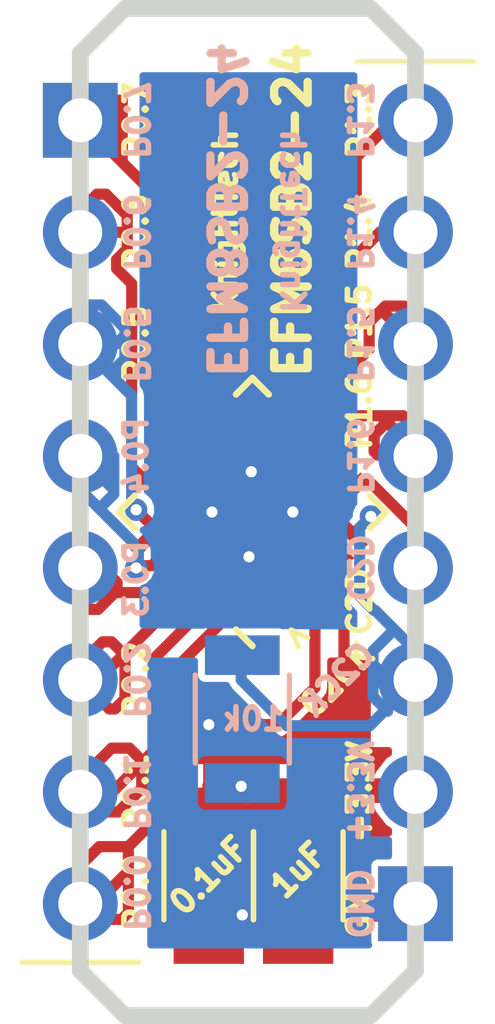
<source format=kicad_pcb>
(kicad_pcb (version 4) (host pcbnew 4.0.6)

  (general
    (links 25)
    (no_connects 0)
    (area 131.889499 91.249499 139.890501 114.490501)
    (thickness 1.6)
    (drawings 45)
    (tracks 259)
    (zones 0)
    (modules 6)
    (nets 18)
  )

  (page A4)
  (layers
    (0 F.Cu signal)
    (31 B.Cu signal)
    (32 B.Adhes user hide)
    (33 F.Adhes user hide)
    (34 B.Paste user hide)
    (35 F.Paste user hide)
    (36 B.SilkS user)
    (37 F.SilkS user)
    (38 B.Mask user hide)
    (39 F.Mask user hide)
    (40 Dwgs.User user hide)
    (41 Cmts.User user hide)
    (42 Eco1.User user hide)
    (43 Eco2.User user hide)
    (44 Edge.Cuts user)
    (45 Margin user hide)
    (46 B.CrtYd user hide)
    (47 F.CrtYd user hide)
    (48 B.Fab user hide)
    (49 F.Fab user hide)
  )

  (setup
    (last_trace_width 0.254)
    (trace_clearance 0.1524)
    (zone_clearance 0.1524)
    (zone_45_only no)
    (trace_min 0.1524)
    (segment_width 0.1524)
    (edge_width 0.381)
    (via_size 0.508)
    (via_drill 0.254)
    (via_min_size 0.508)
    (via_min_drill 0.254)
    (uvia_size 0.3)
    (uvia_drill 0.1)
    (uvias_allowed no)
    (uvia_min_size 0.2)
    (uvia_min_drill 0.1)
    (pcb_text_width 0.127)
    (pcb_text_size 0.508 0.508)
    (mod_edge_width 0.1524)
    (mod_text_size 0.508 0.508)
    (mod_text_width 0.127)
    (pad_size 1.5 1.5)
    (pad_drill 0.6)
    (pad_to_mask_clearance 0)
    (aux_axis_origin 0 0)
    (visible_elements 7FFFFFFF)
    (pcbplotparams
      (layerselection 0x00030_80000001)
      (usegerberextensions false)
      (excludeedgelayer true)
      (linewidth 0.100000)
      (plotframeref false)
      (viasonmask false)
      (mode 1)
      (useauxorigin false)
      (hpglpennumber 1)
      (hpglpenspeed 20)
      (hpglpendiameter 15)
      (hpglpenoverlay 2)
      (psnegative false)
      (psa4output false)
      (plotreference true)
      (plotvalue true)
      (plotinvisibletext false)
      (padsonsilk false)
      (subtractmaskfromsilk false)
      (outputformat 1)
      (mirror false)
      (drillshape 1)
      (scaleselection 1)
      (outputdirectory ""))
  )

  (net 0 "")
  (net 1 "Net-(uC1-Pad25)")
  (net 2 /GND)
  (net 3 /+3.3V)
  (net 4 /P0.7)
  (net 5 /P0.6)
  (net 6 /P0.5)
  (net 7 /P0.4)
  (net 8 /P0.3)
  (net 9 /P0.2)
  (net 10 /P0.1)
  (net 11 /P0.0)
  (net 12 /C2CK)
  (net 13 /C2D)
  (net 14 /P1.6)
  (net 15 /P1.5)
  (net 16 /P1.4)
  (net 17 /P1.3)

  (net_class Default "This is the default net class."
    (clearance 0.1524)
    (trace_width 0.254)
    (via_dia 0.508)
    (via_drill 0.254)
    (uvia_dia 0.3)
    (uvia_drill 0.1)
    (add_net /+3.3V)
    (add_net /C2CK)
    (add_net /C2D)
    (add_net /GND)
    (add_net /P0.0)
    (add_net /P0.1)
    (add_net /P0.2)
    (add_net /P0.3)
    (add_net /P0.4)
    (add_net /P0.5)
    (add_net /P0.6)
    (add_net /P0.7)
    (add_net /P1.3)
    (add_net /P1.4)
    (add_net /P1.5)
    (add_net /P1.6)
    (add_net "Net-(uC1-Pad25)")
  )

  (net_class Power ""
    (clearance 0.1524)
    (trace_width 0.3302)
    (via_dia 0.508)
    (via_drill 0.254)
    (uvia_dia 0.3)
    (uvia_drill 0.1)
  )

  (module Capacitors_SMD:C_1206 (layer F.Cu) (tedit 598DF66F) (tstamp 598DC0FA)
    (at 137.033 111.125 90)
    (descr "Capacitor SMD 1206, reflow soldering, AVX (see smccp.pdf)")
    (tags "capacitor 1206")
    (path /598CB2F7)
    (attr smd)
    (fp_text reference "" (at 0 -1.75 90) (layer F.SilkS)
      (effects (font (size 1 1) (thickness 0.15)))
    )
    (fp_text value "" (at 0 0.254 180) (layer F.SilkS)
      (effects (font (size 0.508 0.508) (thickness 0.127)))
    )
    (fp_text user %R (at 0 -1.75 90) (layer F.Fab)
      (effects (font (size 1 1) (thickness 0.15)))
    )
    (fp_line (start -1.6 0.8) (end -1.6 -0.8) (layer F.Fab) (width 0.1))
    (fp_line (start 1.6 0.8) (end -1.6 0.8) (layer F.Fab) (width 0.1))
    (fp_line (start 1.6 -0.8) (end 1.6 0.8) (layer F.Fab) (width 0.1))
    (fp_line (start -1.6 -0.8) (end 1.6 -0.8) (layer F.Fab) (width 0.1))
    (fp_line (start 1 -1.02) (end -1 -1.02) (layer F.SilkS) (width 0.12))
    (fp_line (start -1 1.02) (end 1 1.02) (layer F.SilkS) (width 0.12))
    (fp_line (start -2.25 -1.05) (end 2.25 -1.05) (layer F.CrtYd) (width 0.05))
    (fp_line (start -2.25 -1.05) (end -2.25 1.05) (layer F.CrtYd) (width 0.05))
    (fp_line (start 2.25 1.05) (end 2.25 -1.05) (layer F.CrtYd) (width 0.05))
    (fp_line (start 2.25 1.05) (end -2.25 1.05) (layer F.CrtYd) (width 0.05))
    (pad 1 smd rect (at -1.5 0 90) (size 1 1.6) (layers F.Cu F.Paste F.Mask)
      (net 2 /GND))
    (pad 2 smd rect (at 1.5 0 90) (size 1 1.6) (layers F.Cu F.Paste F.Mask)
      (net 3 /+3.3V))
    (model Capacitors_SMD.3dshapes/C_1206.wrl
      (at (xyz 0 0 0))
      (scale (xyz 1 1 1))
      (rotate (xyz 0 0 0))
    )
  )

  (module Capacitors_SMD:C_1206 (layer F.Cu) (tedit 598DF63D) (tstamp 598DC10B)
    (at 135.001 111.125 90)
    (descr "Capacitor SMD 1206, reflow soldering, AVX (see smccp.pdf)")
    (tags "capacitor 1206")
    (path /598CB386)
    (attr smd)
    (fp_text reference "" (at 0 -1.75 90) (layer F.SilkS)
      (effects (font (size 1 1) (thickness 0.15)))
    )
    (fp_text value "" (at 0 0 180) (layer F.SilkS)
      (effects (font (size 0.508 0.508) (thickness 0.127)))
    )
    (fp_text user %R (at 0 -1.75 90) (layer F.Fab)
      (effects (font (size 1 1) (thickness 0.15)))
    )
    (fp_line (start -1.6 0.8) (end -1.6 -0.8) (layer F.Fab) (width 0.1))
    (fp_line (start 1.6 0.8) (end -1.6 0.8) (layer F.Fab) (width 0.1))
    (fp_line (start 1.6 -0.8) (end 1.6 0.8) (layer F.Fab) (width 0.1))
    (fp_line (start -1.6 -0.8) (end 1.6 -0.8) (layer F.Fab) (width 0.1))
    (fp_line (start 1 -1.02) (end -1 -1.02) (layer F.SilkS) (width 0.12))
    (fp_line (start -1 1.02) (end 1 1.02) (layer F.SilkS) (width 0.12))
    (fp_line (start -2.25 -1.05) (end 2.25 -1.05) (layer F.CrtYd) (width 0.05))
    (fp_line (start -2.25 -1.05) (end -2.25 1.05) (layer F.CrtYd) (width 0.05))
    (fp_line (start 2.25 1.05) (end 2.25 -1.05) (layer F.CrtYd) (width 0.05))
    (fp_line (start 2.25 1.05) (end -2.25 1.05) (layer F.CrtYd) (width 0.05))
    (pad 1 smd rect (at -1.5 0 90) (size 1 1.6) (layers F.Cu F.Paste F.Mask)
      (net 2 /GND))
    (pad 2 smd rect (at 1.5 0 90) (size 1 1.6) (layers F.Cu F.Paste F.Mask)
      (net 3 /+3.3V))
    (model Capacitors_SMD.3dshapes/C_1206.wrl
      (at (xyz 0 0 0))
      (scale (xyz 1 1 1))
      (rotate (xyz 0 0 0))
    )
  )

  (module Resistors_SMD:R_1206 (layer B.Cu) (tedit 598DF67F) (tstamp 598DC154)
    (at 135.763 107.569 270)
    (descr "Resistor SMD 1206, reflow soldering, Vishay (see dcrcw.pdf)")
    (tags "resistor 1206")
    (path /598CB411)
    (attr smd)
    (fp_text reference "" (at 0 1.85 270) (layer B.SilkS)
      (effects (font (size 1 1) (thickness 0.15)) (justify mirror))
    )
    (fp_text value 10k (at 0 -0.254 360) (layer B.SilkS)
      (effects (font (size 0.508 0.508) (thickness 0.127)) (justify mirror))
    )
    (fp_text user %R (at 0 0 270) (layer B.Fab)
      (effects (font (size 0.7 0.7) (thickness 0.105)) (justify mirror))
    )
    (fp_line (start -1.6 -0.8) (end -1.6 0.8) (layer B.Fab) (width 0.1))
    (fp_line (start 1.6 -0.8) (end -1.6 -0.8) (layer B.Fab) (width 0.1))
    (fp_line (start 1.6 0.8) (end 1.6 -0.8) (layer B.Fab) (width 0.1))
    (fp_line (start -1.6 0.8) (end 1.6 0.8) (layer B.Fab) (width 0.1))
    (fp_line (start 1 -1.07) (end -1 -1.07) (layer B.SilkS) (width 0.12))
    (fp_line (start -1 1.07) (end 1 1.07) (layer B.SilkS) (width 0.12))
    (fp_line (start -2.15 1.11) (end 2.15 1.11) (layer B.CrtYd) (width 0.05))
    (fp_line (start -2.15 1.11) (end -2.15 -1.1) (layer B.CrtYd) (width 0.05))
    (fp_line (start 2.15 -1.1) (end 2.15 1.11) (layer B.CrtYd) (width 0.05))
    (fp_line (start 2.15 -1.1) (end -2.15 -1.1) (layer B.CrtYd) (width 0.05))
    (pad 1 smd rect (at -1.45 0 270) (size 0.9 1.7) (layers B.Cu B.Paste B.Mask)
      (net 12 /C2CK))
    (pad 2 smd rect (at 1.45 0 270) (size 0.9 1.7) (layers B.Cu B.Paste B.Mask)
      (net 3 /+3.3V))
    (model ${KISYS3DMOD}/Resistors_SMD.3dshapes/R_1206.wrl
      (at (xyz 0 0 0))
      (scale (xyz 1 1 1))
      (rotate (xyz 0 0 0))
    )
  )

  (module Housings_DFN_QFN:QFN-24-1EP_4x4mm_Pitch0.5mm (layer F.Cu) (tedit 598DE62F) (tstamp 598DC184)
    (at 135.9916 102.87 135)
    (descr "24-Lead Plastic Quad Flat, No Lead Package (MJ) - 4x4x0.9 mm Body [QFN]; (see Microchip Packaging Specification 00000049BS.pdf)")
    (tags "QFN 0.5")
    (path /598CB281)
    (attr smd)
    (fp_text reference "" (at 0 -3.375 135) (layer F.SilkS)
      (effects (font (size 1 1) (thickness 0.15)))
    )
    (fp_text value "" (at 0 3.375 135) (layer F.Fab)
      (effects (font (size 1 1) (thickness 0.15)))
    )
    (fp_line (start -1 -2) (end 2 -2) (layer F.Fab) (width 0.15))
    (fp_line (start 2 -2) (end 2 2) (layer F.Fab) (width 0.15))
    (fp_line (start 2 2) (end -2 2) (layer F.Fab) (width 0.15))
    (fp_line (start -2 2) (end -2 -1) (layer F.Fab) (width 0.15))
    (fp_line (start -2 -1) (end -1 -2) (layer F.Fab) (width 0.15))
    (fp_line (start -2.65 -2.65) (end -2.65 2.65) (layer F.CrtYd) (width 0.05))
    (fp_line (start 2.65 -2.65) (end 2.65 2.65) (layer F.CrtYd) (width 0.05))
    (fp_line (start -2.65 -2.65) (end 2.65 -2.65) (layer F.CrtYd) (width 0.05))
    (fp_line (start -2.65 2.65) (end 2.65 2.65) (layer F.CrtYd) (width 0.05))
    (fp_line (start 2.15 -2.15) (end 2.15 -1.625) (layer F.SilkS) (width 0.15))
    (fp_line (start -2.15 2.15) (end -2.15 1.625) (layer F.SilkS) (width 0.15))
    (fp_line (start 2.15 2.15) (end 2.15 1.625) (layer F.SilkS) (width 0.15))
    (fp_line (start -2.15 -2.15) (end -1.625 -2.15) (layer F.SilkS) (width 0.15))
    (fp_line (start -2.15 2.15) (end -1.625 2.15) (layer F.SilkS) (width 0.15))
    (fp_line (start 2.15 2.15) (end 1.625 2.15) (layer F.SilkS) (width 0.15))
    (fp_line (start 2.15 -2.15) (end 1.625 -2.15) (layer F.SilkS) (width 0.15))
    (pad 1 smd rect (at -1.95 -1.25 135) (size 0.85 0.3) (layers F.Cu F.Paste F.Mask))
    (pad 2 smd rect (at -1.95 -0.75 135) (size 0.85 0.3) (layers F.Cu F.Paste F.Mask)
      (net 2 /GND))
    (pad 3 smd rect (at -1.95 -0.25 135) (size 0.85 0.3) (layers F.Cu F.Paste F.Mask)
      (net 3 /+3.3V))
    (pad 4 smd rect (at -1.95 0.25 135) (size 0.85 0.3) (layers F.Cu F.Paste F.Mask))
    (pad 5 smd rect (at -1.95 0.75 135) (size 0.85 0.3) (layers F.Cu F.Paste F.Mask))
    (pad 6 smd rect (at -1.95 1.25 135) (size 0.85 0.3) (layers F.Cu F.Paste F.Mask)
      (net 12 /C2CK))
    (pad 7 smd rect (at -1.25 1.95 225) (size 0.85 0.3) (layers F.Cu F.Paste F.Mask)
      (net 13 /C2D))
    (pad 8 smd rect (at -0.75 1.95 225) (size 0.85 0.3) (layers F.Cu F.Paste F.Mask))
    (pad 9 smd rect (at -0.25 1.95 225) (size 0.85 0.3) (layers F.Cu F.Paste F.Mask))
    (pad 10 smd rect (at 0.25 1.95 225) (size 0.85 0.3) (layers F.Cu F.Paste F.Mask)
      (net 14 /P1.6))
    (pad 11 smd rect (at 0.75 1.95 225) (size 0.85 0.3) (layers F.Cu F.Paste F.Mask)
      (net 15 /P1.5))
    (pad 12 smd rect (at 1.25 1.95 225) (size 0.85 0.3) (layers F.Cu F.Paste F.Mask)
      (net 16 /P1.4))
    (pad 13 smd rect (at 1.95 1.25 135) (size 0.85 0.3) (layers F.Cu F.Paste F.Mask)
      (net 17 /P1.3))
    (pad 14 smd rect (at 1.95 0.75 135) (size 0.85 0.3) (layers F.Cu F.Paste F.Mask))
    (pad 15 smd rect (at 1.95 0.25 135) (size 0.85 0.3) (layers F.Cu F.Paste F.Mask))
    (pad 16 smd rect (at 1.95 -0.25 135) (size 0.85 0.3) (layers F.Cu F.Paste F.Mask))
    (pad 17 smd rect (at 1.95 -0.75 135) (size 0.85 0.3) (layers F.Cu F.Paste F.Mask)
      (net 4 /P0.7))
    (pad 18 smd rect (at 1.95 -1.25 135) (size 0.85 0.3) (layers F.Cu F.Paste F.Mask)
      (net 5 /P0.6))
    (pad 19 smd rect (at 1.25 -1.95 225) (size 0.85 0.3) (layers F.Cu F.Paste F.Mask)
      (net 6 /P0.5))
    (pad 20 smd rect (at 0.75 -1.95 225) (size 0.85 0.3) (layers F.Cu F.Paste F.Mask)
      (net 7 /P0.4))
    (pad 21 smd rect (at 0.25 -1.95 225) (size 0.85 0.3) (layers F.Cu F.Paste F.Mask)
      (net 8 /P0.3))
    (pad 22 smd rect (at -0.25 -1.95 225) (size 0.85 0.3) (layers F.Cu F.Paste F.Mask)
      (net 9 /P0.2))
    (pad 23 smd rect (at -0.75 -1.95 225) (size 0.85 0.3) (layers F.Cu F.Paste F.Mask)
      (net 10 /P0.1))
    (pad 24 smd rect (at -1.25 -1.95 225) (size 0.85 0.3) (layers F.Cu F.Paste F.Mask)
      (net 11 /P0.0))
    (pad 25 smd rect (at 0.65 0.65 135) (size 1.3 1.3) (layers F.Cu F.Paste F.Mask)
      (net 1 "Net-(uC1-Pad25)") (solder_paste_margin_ratio -0.2))
    (pad 25 smd rect (at 0.65 -0.65 135) (size 1.3 1.3) (layers F.Cu F.Paste F.Mask)
      (net 1 "Net-(uC1-Pad25)") (solder_paste_margin_ratio -0.2))
    (pad 25 smd rect (at -0.65 0.65 135) (size 1.3 1.3) (layers F.Cu F.Paste F.Mask)
      (net 1 "Net-(uC1-Pad25)") (solder_paste_margin_ratio -0.2))
    (pad 25 smd rect (at -0.65 -0.65 135) (size 1.3 1.3) (layers F.Cu F.Paste F.Mask)
      (net 1 "Net-(uC1-Pad25)") (solder_paste_margin_ratio -0.2))
    (model ${KISYS3DMOD}/Housings_DFN_QFN.3dshapes/QFN-24-1EP_4x4mm_Pitch0.5mm.wrl
      (at (xyz 0 0 0))
      (scale (xyz 1 1 1))
      (rotate (xyz 0 0 0))
    )
  )

  (module "Custom Footprint:Pin_Header_Straight_1x08_Pitch2.54mmEDITED" (layer F.Cu) (tedit 598DE80B) (tstamp 598DC143)
    (at 139.7 111.76 180)
    (descr "Through hole straight pin header, 1x08, 2.54mm pitch, single row")
    (tags "Through hole pin header THT 1x08 2.54mm single row")
    (path /598CB514)
    (fp_text reference "" (at 0 -2.33 180) (layer F.SilkS)
      (effects (font (size 1 1) (thickness 0.15)))
    )
    (fp_text value "" (at 0 20.11 180) (layer F.Fab)
      (effects (font (size 1 1) (thickness 0.15)))
    )
    (fp_line (start -0.635 -1.27) (end 1.27 -1.27) (layer F.Fab) (width 0.1))
    (fp_line (start 1.27 19.05) (end -1.27 19.05) (layer F.Fab) (width 0.1))
    (fp_line (start -1.27 19.05) (end -1.27 -0.635) (layer F.Fab) (width 0.1))
    (fp_line (start -1.27 -0.635) (end -0.635 -1.27) (layer F.Fab) (width 0.1))
    (fp_line (start -1.33 19.11) (end 1.33 19.11) (layer F.SilkS) (width 0.12))
    (fp_line (start -1.8 -1.8) (end -1.8 19.55) (layer F.CrtYd) (width 0.05))
    (fp_line (start -1.8 19.55) (end 1.8 19.55) (layer F.CrtYd) (width 0.05))
    (fp_line (start 1.8 19.55) (end 1.8 -1.8) (layer F.CrtYd) (width 0.05))
    (fp_line (start 1.8 -1.8) (end -1.8 -1.8) (layer F.CrtYd) (width 0.05))
    (fp_text user %R (at 2.54 9.144 270) (layer F.Fab)
      (effects (font (size 1 1) (thickness 0.15)))
    )
    (pad 1 thru_hole rect (at 0 0 180) (size 1.7 1.7) (drill 1) (layers *.Cu *.Mask)
      (net 2 /GND))
    (pad 2 thru_hole oval (at 0 2.54 180) (size 1.7 1.7) (drill 1) (layers *.Cu *.Mask)
      (net 3 /+3.3V))
    (pad 3 thru_hole oval (at 0 5.08 180) (size 1.7 1.7) (drill 1) (layers *.Cu *.Mask)
      (net 12 /C2CK))
    (pad 4 thru_hole oval (at 0 7.62 180) (size 1.7 1.7) (drill 1) (layers *.Cu *.Mask)
      (net 13 /C2D))
    (pad 5 thru_hole oval (at 0 10.16 180) (size 1.7 1.7) (drill 1) (layers *.Cu *.Mask)
      (net 14 /P1.6))
    (pad 6 thru_hole oval (at 0 12.7 180) (size 1.7 1.7) (drill 1) (layers *.Cu *.Mask)
      (net 15 /P1.5))
    (pad 7 thru_hole oval (at 0 15.24 180) (size 1.7 1.7) (drill 1) (layers *.Cu *.Mask)
      (net 16 /P1.4))
    (pad 8 thru_hole oval (at 0 17.78 180) (size 1.7 1.7) (drill 1) (layers *.Cu *.Mask)
      (net 17 /P1.3))
    (model ${KISYS3DMOD}/Pin_Headers.3dshapes/Pin_Header_Straight_1x08_Pitch2.54mm.wrl
      (at (xyz 0 -0.35 -0.015))
      (scale (xyz 1 1 1))
      (rotate (xyz 0 0 90))
    )
  )

  (module "Custom Footprint:Pin_Header_Straight_1x08_Pitch2.54mmEDITED" (layer F.Cu) (tedit 598DE80B) (tstamp 598DC127)
    (at 132.08 93.98)
    (descr "Through hole straight pin header, 1x08, 2.54mm pitch, single row")
    (tags "Through hole pin header THT 1x08 2.54mm single row")
    (path /598CB551)
    (fp_text reference "" (at 0 -2.33) (layer F.SilkS)
      (effects (font (size 1 1) (thickness 0.15)))
    )
    (fp_text value "" (at 0 20.11) (layer F.Fab)
      (effects (font (size 1 1) (thickness 0.15)))
    )
    (fp_line (start -0.635 -1.27) (end 1.27 -1.27) (layer F.Fab) (width 0.1))
    (fp_line (start 1.27 19.05) (end -1.27 19.05) (layer F.Fab) (width 0.1))
    (fp_line (start -1.27 19.05) (end -1.27 -0.635) (layer F.Fab) (width 0.1))
    (fp_line (start -1.27 -0.635) (end -0.635 -1.27) (layer F.Fab) (width 0.1))
    (fp_line (start -1.33 19.11) (end 1.33 19.11) (layer F.SilkS) (width 0.12))
    (fp_line (start -1.8 -1.8) (end -1.8 19.55) (layer F.CrtYd) (width 0.05))
    (fp_line (start -1.8 19.55) (end 1.8 19.55) (layer F.CrtYd) (width 0.05))
    (fp_line (start 1.8 19.55) (end 1.8 -1.8) (layer F.CrtYd) (width 0.05))
    (fp_line (start 1.8 -1.8) (end -1.8 -1.8) (layer F.CrtYd) (width 0.05))
    (fp_text user %R (at 2.54 9.144 90) (layer F.Fab)
      (effects (font (size 1 1) (thickness 0.15)))
    )
    (pad 1 thru_hole rect (at 0 0) (size 1.7 1.7) (drill 1) (layers *.Cu *.Mask)
      (net 4 /P0.7))
    (pad 2 thru_hole oval (at 0 2.54) (size 1.7 1.7) (drill 1) (layers *.Cu *.Mask)
      (net 5 /P0.6))
    (pad 3 thru_hole oval (at 0 5.08) (size 1.7 1.7) (drill 1) (layers *.Cu *.Mask)
      (net 6 /P0.5))
    (pad 4 thru_hole oval (at 0 7.62) (size 1.7 1.7) (drill 1) (layers *.Cu *.Mask)
      (net 7 /P0.4))
    (pad 5 thru_hole oval (at 0 10.16) (size 1.7 1.7) (drill 1) (layers *.Cu *.Mask)
      (net 8 /P0.3))
    (pad 6 thru_hole oval (at 0 12.7) (size 1.7 1.7) (drill 1) (layers *.Cu *.Mask)
      (net 9 /P0.2))
    (pad 7 thru_hole oval (at 0 15.24) (size 1.7 1.7) (drill 1) (layers *.Cu *.Mask)
      (net 10 /P0.1))
    (pad 8 thru_hole oval (at 0 17.78) (size 1.7 1.7) (drill 1) (layers *.Cu *.Mask)
      (net 11 /P0.0))
    (model ${KISYS3DMOD}/Pin_Headers.3dshapes/Pin_Header_Straight_1x08_Pitch2.54mm.wrl
      (at (xyz 0 -0.35 -0.015))
      (scale (xyz 1 1 1))
      (rotate (xyz 0 0 90))
    )
  )

  (gr_text 1uF (at 137.033 110.998 45) (layer F.SilkS)
    (effects (font (size 0.508 0.508) (thickness 0.127)))
  )
  (gr_text 0.1uF (at 135.001 111.125 45) (layer F.SilkS)
    (effects (font (size 0.508 0.508) (thickness 0.127)))
  )
  (gr_text < (at 137.033 105.664 315) (layer F.SilkS)
    (effects (font (size 0.508 0.508) (thickness 0.127)))
  )
  (gr_text P0.4 (at 133.35 101.6 90) (layer B.SilkS)
    (effects (font (size 0.508 0.508) (thickness 0.127)) (justify mirror))
  )
  (gr_text P0.3 (at 133.35 104.394 90) (layer B.SilkS)
    (effects (font (size 0.508 0.508) (thickness 0.127)) (justify mirror))
  )
  (gr_text EFM8SB2-24 (at 135.382 96.012 270) (layer B.SilkS) (tstamp 598DEAEA)
    (effects (font (size 0.762 0.762) (thickness 0.1905)) (justify mirror))
  )
  (gr_text GND (at 138.43 111.76 270) (layer B.SilkS) (tstamp 598DEAE9)
    (effects (font (size 0.508 0.508) (thickness 0.127)) (justify mirror))
  )
  (gr_text P0.0 (at 133.35 111.506 270) (layer B.SilkS) (tstamp 598DEAE7)
    (effects (font (size 0.508 0.508) (thickness 0.127)) (justify mirror))
  )
  (gr_text P0.1 (at 133.35 109.22 270) (layer B.SilkS) (tstamp 598DEAE6)
    (effects (font (size 0.508 0.508) (thickness 0.127)) (justify mirror))
  )
  (gr_text P0.2 (at 133.35 106.68 270) (layer B.SilkS) (tstamp 598DEAE5)
    (effects (font (size 0.508 0.508) (thickness 0.127)) (justify mirror))
  )
  (gr_text P0.5 (at 133.35 99.06 270) (layer B.SilkS) (tstamp 598DEAE4)
    (effects (font (size 0.508 0.508) (thickness 0.127)) (justify mirror))
  )
  (gr_text KnightTech (at 136.906 96.266 270) (layer B.SilkS) (tstamp 598DEAE3)
    (effects (font (size 0.508 0.508) (thickness 0.127)) (justify mirror))
  )
  (gr_text P0.6 (at 133.35 96.52 270) (layer B.SilkS) (tstamp 598DEAE2)
    (effects (font (size 0.508 0.508) (thickness 0.127)) (justify mirror))
  )
  (gr_text P0.7 (at 133.35 93.98 270) (layer B.SilkS) (tstamp 598DEAE1)
    (effects (font (size 0.508 0.508) (thickness 0.127)) (justify mirror))
  )
  (gr_text +3.3V (at 138.43 109.22 270) (layer B.SilkS) (tstamp 598DEAE0)
    (effects (font (size 0.508 0.508) (thickness 0.127)) (justify mirror))
  )
  (gr_text C2CK (at 137.922 106.68 45) (layer B.SilkS) (tstamp 598DEADF)
    (effects (font (size 0.508 0.508) (thickness 0.127)) (justify mirror))
  )
  (gr_text C2D (at 138.43 104.14 270) (layer B.SilkS) (tstamp 598DEADE)
    (effects (font (size 0.508 0.508) (thickness 0.127)) (justify mirror))
  )
  (gr_text P1.6 (at 138.43 101.6 270) (layer B.SilkS) (tstamp 598DEADD)
    (effects (font (size 0.508 0.508) (thickness 0.127)) (justify mirror))
  )
  (gr_text P1.5 (at 138.43 99.06 270) (layer B.SilkS) (tstamp 598DEADC)
    (effects (font (size 0.508 0.508) (thickness 0.127)) (justify mirror))
  )
  (gr_text P1.4 (at 138.43 96.52 270) (layer B.SilkS) (tstamp 598DEADB)
    (effects (font (size 0.508 0.508) (thickness 0.127)) (justify mirror))
  )
  (gr_text P1.3 (at 138.43 93.98 270) (layer B.SilkS) (tstamp 598DEADA)
    (effects (font (size 0.508 0.508) (thickness 0.127)) (justify mirror))
  )
  (gr_text P1.3 (at 138.43 93.98 90) (layer F.SilkS)
    (effects (font (size 0.508 0.508) (thickness 0.127)))
  )
  (gr_text P1.4 (at 138.43 96.52 90) (layer F.SilkS)
    (effects (font (size 0.508 0.508) (thickness 0.127)))
  )
  (gr_text P1.5 (at 138.43 98.552 90) (layer F.SilkS)
    (effects (font (size 0.508 0.508) (thickness 0.127)))
  )
  (gr_text P1.6 (at 138.43 100.584 90) (layer F.SilkS)
    (effects (font (size 0.508 0.508) (thickness 0.127)))
  )
  (gr_text C2D (at 138.43 104.902 90) (layer F.SilkS)
    (effects (font (size 0.508 0.508) (thickness 0.127)))
  )
  (gr_text C2CK (at 137.922 106.68 45) (layer F.SilkS)
    (effects (font (size 0.508 0.508) (thickness 0.127)))
  )
  (gr_text +3.3V (at 138.43 109.22 90) (layer F.SilkS)
    (effects (font (size 0.508 0.508) (thickness 0.127)))
  )
  (gr_text P0.7 (at 133.35 93.98 90) (layer F.SilkS)
    (effects (font (size 0.508 0.508) (thickness 0.127)))
  )
  (gr_text P0.6 (at 133.35 96.52 90) (layer F.SilkS)
    (effects (font (size 0.508 0.508) (thickness 0.127)))
  )
  (gr_text KnightTech (at 135.382 96.266 90) (layer F.SilkS)
    (effects (font (size 0.508 0.508) (thickness 0.127)))
  )
  (gr_text P0.5 (at 133.35 99.06 90) (layer F.SilkS)
    (effects (font (size 0.508 0.508) (thickness 0.127)))
  )
  (gr_text P0.2 (at 133.35 106.68 90) (layer F.SilkS)
    (effects (font (size 0.508 0.508) (thickness 0.127)))
  )
  (gr_text P0.1 (at 133.35 109.22 90) (layer F.SilkS)
    (effects (font (size 0.508 0.508) (thickness 0.127)))
  )
  (gr_text P0.0 (at 133.35 111.506 90) (layer F.SilkS)
    (effects (font (size 0.508 0.508) (thickness 0.127)))
  )
  (gr_text GND (at 138.43 111.76 90) (layer F.SilkS)
    (effects (font (size 0.508 0.508) (thickness 0.127)))
  )
  (gr_line (start 133.096 91.44) (end 132.08 92.456) (angle 90) (layer Edge.Cuts) (width 0.381))
  (gr_line (start 138.684 91.44) (end 133.096 91.44) (angle 90) (layer Edge.Cuts) (width 0.381))
  (gr_line (start 139.7 92.456) (end 138.684 91.44) (angle 90) (layer Edge.Cuts) (width 0.381))
  (gr_line (start 139.7 113.284) (end 139.7 92.456) (angle 90) (layer Edge.Cuts) (width 0.381))
  (gr_line (start 138.684 114.3) (end 139.7 113.284) (angle 90) (layer Edge.Cuts) (width 0.381))
  (gr_line (start 133.096 114.3) (end 138.684 114.3) (angle 90) (layer Edge.Cuts) (width 0.381))
  (gr_line (start 132.08 113.284) (end 133.096 114.3) (angle 90) (layer Edge.Cuts) (width 0.381))
  (gr_line (start 132.08 92.456) (end 132.08 113.284) (angle 90) (layer Edge.Cuts) (width 0.381))
  (gr_text EFM8SB2-24 (at 136.906 96.012 90) (layer F.SilkS)
    (effects (font (size 0.762 0.762) (thickness 0.1905)))
  )

  (segment (start 135.9662 101.9556) (end 135.996439 101.9556) (width 0.254) (layer B.Cu) (net 1))
  (segment (start 135.996439 101.9556) (end 136.910839 102.87) (width 0.254) (layer B.Cu) (net 1) (tstamp 598DB2F3))
  (segment (start 136.910839 102.87) (end 136.910839 102.890561) (width 0.254) (layer B.Cu) (net 1) (tstamp 598DB2F4))
  (segment (start 136.910839 102.890561) (end 135.9154 103.886) (width 0.254) (layer B.Cu) (net 1) (tstamp 598DB2F5))
  (segment (start 135.9154 103.886) (end 135.9154 103.713039) (width 0.254) (layer B.Cu) (net 1) (tstamp 598DB2F6))
  (segment (start 135.9154 103.713039) (end 135.072361 102.87) (width 0.254) (layer B.Cu) (net 1) (tstamp 598DB2F7))
  (segment (start 136.910839 102.87) (end 135.072361 102.87) (width 0.254) (layer B.Cu) (net 1))
  (via (at 135.072361 102.87) (size 0.508) (drill 0.254) (layers F.Cu B.Cu) (net 1))
  (segment (start 135.9662 101.976161) (end 135.9662 101.9556) (width 0.254) (layer B.Cu) (net 1) (tstamp 598DB2E0))
  (segment (start 135.9662 101.976161) (end 135.072361 102.87) (width 0.254) (layer B.Cu) (net 1) (tstamp 598DB2DF))
  (segment (start 135.9154 103.886) (end 135.9154 102.0064) (width 0.254) (layer B.Cu) (net 1))
  (segment (start 135.9154 102.0064) (end 135.9662 101.9556) (width 0.254) (layer B.Cu) (net 1) (tstamp 598DB2ED))
  (segment (start 136.8806 102.87) (end 135.9662 101.9556) (width 0.254) (layer F.Cu) (net 1) (tstamp 598DB2E3))
  (via (at 135.9662 101.9556) (size 0.508) (drill 0.254) (layers F.Cu B.Cu) (net 1))
  (segment (start 136.8806 102.87) (end 136.910839 102.87) (width 0.254) (layer F.Cu) (net 1) (tstamp 598DB2E4))
  (via (at 136.910839 102.87) (size 0.508) (drill 0.254) (layers F.Cu B.Cu) (net 1))
  (segment (start 136.910839 102.87) (end 135.9154 103.865439) (width 0.254) (layer B.Cu) (net 1) (tstamp 598DB2E6))
  (segment (start 135.9154 103.865439) (end 135.9154 103.886) (width 0.254) (layer B.Cu) (net 1) (tstamp 598DB2E7))
  (via (at 135.9154 103.886) (size 0.508) (drill 0.254) (layers F.Cu B.Cu) (net 1))
  (segment (start 135.9154 103.886) (end 135.9916 103.8098) (width 0.254) (layer F.Cu) (net 1) (tstamp 598DB2E9))
  (segment (start 135.9916 103.8098) (end 135.9916 103.789239) (width 0.254) (layer F.Cu) (net 1) (tstamp 598DB2EA))
  (segment (start 135.763 112.014) (end 136.422 112.014) (width 0.254) (layer F.Cu) (net 2))
  (segment (start 136.422 112.014) (end 137.033 112.625) (width 0.254) (layer F.Cu) (net 2) (tstamp 598DF5C0))
  (segment (start 135.763 112.014) (end 135.612 112.014) (width 0.254) (layer F.Cu) (net 2))
  (segment (start 135.612 112.014) (end 135.001 112.625) (width 0.254) (layer F.Cu) (net 2) (tstamp 598DF5BD))
  (segment (start 135.763 112.014) (end 139.446 112.014) (width 0.254) (layer B.Cu) (net 2))
  (segment (start 139.446 112.014) (end 139.7 111.76) (width 0.254) (layer B.Cu) (net 2) (tstamp 598DE495))
  (segment (start 136.840128 104.779188) (end 136.859388 104.779188) (width 0.254) (layer F.Cu) (net 2))
  (segment (start 136.859388 104.779188) (end 137.414 105.3338) (width 0.254) (layer F.Cu) (net 2) (tstamp 598DB2A8))
  (segment (start 137.414 105.3338) (end 137.414 106.8578) (width 0.254) (layer F.Cu) (net 2) (tstamp 598DB2AC))
  (segment (start 137.414 106.8578) (end 136.5758 107.696) (width 0.254) (layer F.Cu) (net 2) (tstamp 598DB2B0))
  (segment (start 136.5758 107.696) (end 135.001 107.696) (width 0.254) (layer F.Cu) (net 2) (tstamp 598DB2B1))
  (via (at 135.001 107.696) (size 0.508) (drill 0.254) (layers F.Cu B.Cu) (net 2))
  (segment (start 135.001 107.696) (end 134.239 108.458) (width 0.254) (layer B.Cu) (net 2) (tstamp 598DB2C8))
  (segment (start 134.239 108.458) (end 134.239 111.4044) (width 0.254) (layer B.Cu) (net 2) (tstamp 598DB2C9))
  (segment (start 134.239 111.4044) (end 134.747 111.9124) (width 0.254) (layer B.Cu) (net 2) (tstamp 598DB2CC))
  (segment (start 134.747 111.9124) (end 135.6614 111.9124) (width 0.254) (layer B.Cu) (net 2) (tstamp 598DB2CF))
  (segment (start 135.6614 111.9124) (end 135.763 112.014) (width 0.254) (layer B.Cu) (net 2) (tstamp 598DB2D0))
  (via (at 135.763 112.014) (size 0.508) (drill 0.254) (layers F.Cu B.Cu) (net 2))
  (segment (start 135.763 112.014) (end 135.7884 112.0394) (width 0.254) (layer F.Cu) (net 2) (tstamp 598DB2D6))
  (segment (start 135.7884 112.0394) (end 135.7884 112.0408) (width 0.254) (layer F.Cu) (net 2) (tstamp 598DB2D7))
  (segment (start 137.9728 112.0408) (end 139.4192 112.0408) (width 0.254) (layer F.Cu) (net 2))
  (segment (start 139.4192 112.0408) (end 139.7 111.76) (width 0.254) (layer F.Cu) (net 2) (tstamp 598DB22E))
  (segment (start 135.7884 112.0408) (end 137.9728 112.0408) (width 0.254) (layer F.Cu) (net 2))
  (segment (start 135.001 109.625) (end 135.2078 109.625) (width 0.254) (layer F.Cu) (net 3))
  (segment (start 135.2078 109.625) (end 135.7376 109.0952) (width 0.254) (layer F.Cu) (net 3) (tstamp 598DF5C8))
  (via (at 135.7376 109.0952) (size 0.508) (drill 0.254) (layers F.Cu B.Cu) (net 3))
  (segment (start 137.033 109.625) (end 136.2674 109.625) (width 0.254) (layer F.Cu) (net 3))
  (segment (start 136.2674 109.625) (end 135.7376 109.0952) (width 0.254) (layer F.Cu) (net 3) (tstamp 598DF5C5))
  (segment (start 135.7884 109.0408) (end 137.9728 109.0408) (width 0.254) (layer F.Cu) (net 3))
  (segment (start 135.7884 109.0444) (end 135.7884 109.0408) (width 0.254) (layer F.Cu) (net 3) (tstamp 598DB28B))
  (segment (start 135.7376 109.0952) (end 135.7884 109.0444) (width 0.254) (layer F.Cu) (net 3) (tstamp 598DB28A))
  (segment (start 135.001 109.625) (end 137.033 109.625) (width 0.254) (layer F.Cu) (net 3))
  (segment (start 137.16 109.244) (end 137.5424 109.244) (width 0.254) (layer F.Cu) (net 3))
  (segment (start 137.5424 109.244) (end 138.0744 108.712) (width 0.254) (layer F.Cu) (net 3) (tstamp 598DE487))
  (segment (start 137.16 109.244) (end 137.7696 109.244) (width 0.254) (layer F.Cu) (net 3))
  (segment (start 137.7696 109.244) (end 138.0744 108.9392) (width 0.254) (layer F.Cu) (net 3) (tstamp 598DE47F))
  (segment (start 137.9728 109.0408) (end 139.5208 109.0408) (width 0.254) (layer F.Cu) (net 3))
  (segment (start 139.5208 109.0408) (end 139.7 109.22) (width 0.254) (layer F.Cu) (net 3) (tstamp 598DB222))
  (segment (start 137.193682 104.425635) (end 137.217035 104.425635) (width 0.254) (layer F.Cu) (net 3))
  (segment (start 137.217035 104.425635) (end 138.0744 105.283) (width 0.254) (layer F.Cu) (net 3) (tstamp 598DB219))
  (segment (start 138.0744 105.283) (end 138.0744 108.712) (width 0.254) (layer F.Cu) (net 3) (tstamp 598DB21B))
  (segment (start 138.0744 108.712) (end 138.0744 108.9392) (width 0.254) (layer F.Cu) (net 3) (tstamp 598DE483))
  (segment (start 138.0744 108.9392) (end 137.9728 109.0408) (width 0.254) (layer F.Cu) (net 3) (tstamp 598DB21C))
  (segment (start 133.0325 94.7674) (end 133.0325 93.5355) (width 0.254) (layer F.Cu) (net 4))
  (segment (start 133.0198 93.5228) (end 132.5372 93.5228) (width 0.254) (layer F.Cu) (net 4) (tstamp 598DB074))
  (segment (start 133.0325 93.5355) (end 133.0198 93.5228) (width 0.254) (layer F.Cu) (net 4) (tstamp 598DB073))
  (segment (start 132.5372 93.5228) (end 132.08 93.98) (width 0.254) (layer F.Cu) (net 4) (tstamp 598DB075))
  (segment (start 133.0325 94.9325) (end 133.0325 94.7674) (width 0.254) (layer F.Cu) (net 4))
  (segment (start 133.0325 94.7674) (end 133.0325 94.3991) (width 0.254) (layer F.Cu) (net 4) (tstamp 598DB071))
  (segment (start 133.0325 94.3991) (end 132.6134 93.98) (width 0.254) (layer F.Cu) (net 4) (tstamp 598DB06D))
  (segment (start 132.6134 93.98) (end 132.08 93.98) (width 0.254) (layer F.Cu) (net 4) (tstamp 598DB06E))
  (segment (start 134.082412 102.021472) (end 134.082412 101.976812) (width 0.254) (layer F.Cu) (net 4))
  (segment (start 134.082412 101.976812) (end 133.7056 101.6) (width 0.254) (layer F.Cu) (net 4) (tstamp 598DAFEE))
  (segment (start 133.7056 101.6) (end 133.7056 95.6056) (width 0.254) (layer F.Cu) (net 4) (tstamp 598DAFEF))
  (segment (start 133.7056 95.6056) (end 133.0325 94.9325) (width 0.254) (layer F.Cu) (net 4) (tstamp 598DAFF0))
  (segment (start 133.0325 94.9325) (end 132.08 93.98) (width 0.254) (layer F.Cu) (net 4) (tstamp 598DB06B))
  (segment (start 133.1468 96.4692) (end 133.1468 96.139) (width 0.254) (layer F.Cu) (net 5))
  (segment (start 132.461 95.6564) (end 132.08 96.0374) (width 0.254) (layer F.Cu) (net 5) (tstamp 598DB067))
  (segment (start 132.6642 95.6564) (end 132.461 95.6564) (width 0.254) (layer F.Cu) (net 5) (tstamp 598DB066))
  (segment (start 132.9182 95.9104) (end 132.6642 95.6564) (width 0.254) (layer F.Cu) (net 5) (tstamp 598DB065))
  (segment (start 133.1468 96.139) (end 132.9182 95.9104) (width 0.254) (layer F.Cu) (net 5) (tstamp 598DB064))
  (segment (start 132.08 96.0374) (end 132.08 96.52) (width 0.254) (layer F.Cu) (net 5) (tstamp 598DB068))
  (segment (start 132.9055 97.3455) (end 132.9055 97.1423) (width 0.254) (layer F.Cu) (net 5))
  (segment (start 133.096 96.52) (end 132.08 96.52) (width 0.254) (layer F.Cu) (net 5) (tstamp 598DB060))
  (segment (start 133.1468 96.4692) (end 133.096 96.52) (width 0.254) (layer F.Cu) (net 5) (tstamp 598DB05F))
  (segment (start 133.1468 96.901) (end 133.1468 96.4692) (width 0.254) (layer F.Cu) (net 5) (tstamp 598DB05E))
  (segment (start 132.9055 97.1423) (end 133.1468 96.901) (width 0.254) (layer F.Cu) (net 5) (tstamp 598DB05D))
  (segment (start 133.728858 102.375025) (end 133.728858 102.334458) (width 0.254) (layer F.Cu) (net 5))
  (segment (start 133.728858 102.334458) (end 133.2484 101.854) (width 0.254) (layer F.Cu) (net 5) (tstamp 598DAFF4))
  (segment (start 133.2484 101.854) (end 133.2484 97.6884) (width 0.254) (layer F.Cu) (net 5) (tstamp 598DAFF5))
  (segment (start 133.2484 97.6884) (end 132.9055 97.3455) (width 0.254) (layer F.Cu) (net 5) (tstamp 598DAFF6))
  (segment (start 133.096 98.8568) (end 133.096 98.7044) (width 0.254) (layer B.Cu) (net 6))
  (segment (start 132.2832 98.171) (end 132.08 98.3742) (width 0.254) (layer B.Cu) (net 6) (tstamp 598DB057))
  (segment (start 132.5626 98.171) (end 132.2832 98.171) (width 0.254) (layer B.Cu) (net 6) (tstamp 598DB056))
  (segment (start 133.096 98.7044) (end 132.5626 98.171) (width 0.254) (layer B.Cu) (net 6) (tstamp 598DB055))
  (segment (start 132.08 98.3742) (end 132.08 99.06) (width 0.254) (layer B.Cu) (net 6) (tstamp 598DB058))
  (segment (start 132.8928 99.8728) (end 132.8928 99.5934) (width 0.254) (layer B.Cu) (net 6))
  (segment (start 133.096 98.8568) (end 132.8928 99.06) (width 0.254) (layer B.Cu) (net 6) (tstamp 598DB051))
  (segment (start 133.096 99.3902) (end 133.096 98.8568) (width 0.254) (layer B.Cu) (net 6) (tstamp 598DB050))
  (segment (start 132.8928 99.5934) (end 133.096 99.3902) (width 0.254) (layer B.Cu) (net 6) (tstamp 598DB04F))
  (segment (start 132.8928 99.06) (end 132.08 99.06) (width 0.254) (layer B.Cu) (net 6) (tstamp 598DB052))
  (segment (start 133.728858 103.364975) (end 133.728858 103.198058) (width 0.254) (layer F.Cu) (net 6))
  (segment (start 133.728858 103.198058) (end 133.35 102.8192) (width 0.254) (layer F.Cu) (net 6) (tstamp 598DAFFD))
  (via (at 133.35 102.8192) (size 0.508) (drill 0.254) (layers F.Cu B.Cu) (net 6))
  (segment (start 133.35 102.8192) (end 133.2484 102.7176) (width 0.254) (layer B.Cu) (net 6) (tstamp 598DAFFF))
  (segment (start 133.2484 102.7176) (end 133.2484 100.2284) (width 0.254) (layer B.Cu) (net 6) (tstamp 598DB000))
  (segment (start 133.2484 100.2284) (end 132.8928 99.8728) (width 0.254) (layer B.Cu) (net 6) (tstamp 598DB001))
  (segment (start 132.8928 99.8728) (end 132.08 99.06) (width 0.254) (layer B.Cu) (net 6) (tstamp 598DB04D))
  (segment (start 132.08 101.4208) (end 132.08 101.6) (width 0.254) (layer F.Cu) (net 7) (tstamp 598DADFF))
  (segment (start 132.841998 102.361998) (end 132.841998 102.0826) (width 0.254) (layer B.Cu) (net 7))
  (segment (start 132.841998 102.0826) (end 132.841998 101.6) (width 0.254) (layer B.Cu) (net 7) (tstamp 598DB049))
  (segment (start 132.841998 101.6) (end 132.08 101.6) (width 0.254) (layer B.Cu) (net 7) (tstamp 598DB04A))
  (segment (start 132.4991 102.7811) (end 132.5245 102.7811) (width 0.254) (layer B.Cu) (net 7))
  (segment (start 132.841998 102.361998) (end 132.08 101.6) (width 0.254) (layer B.Cu) (net 7) (tstamp 598DB046))
  (segment (start 132.841998 102.463602) (end 132.841998 102.361998) (width 0.254) (layer B.Cu) (net 7) (tstamp 598DB045))
  (segment (start 132.5245 102.7811) (end 132.841998 102.463602) (width 0.254) (layer B.Cu) (net 7) (tstamp 598DB044))
  (segment (start 134.082412 103.718528) (end 134.076272 103.718528) (width 0.254) (layer F.Cu) (net 7))
  (segment (start 134.076272 103.718528) (end 133.7056 104.0892) (width 0.254) (layer F.Cu) (net 7) (tstamp 598DB023))
  (segment (start 133.2992 103.5812) (end 132.4991 102.7811) (width 0.254) (layer B.Cu) (net 7) (tstamp 598DB02D))
  (segment (start 132.4991 102.7811) (end 132.08 102.362) (width 0.254) (layer B.Cu) (net 7) (tstamp 598DB042))
  (segment (start 133.2992 103.632) (end 133.2992 103.5812) (width 0.254) (layer B.Cu) (net 7) (tstamp 598DB02C))
  (segment (start 133.4008 103.7336) (end 133.2992 103.632) (width 0.254) (layer B.Cu) (net 7) (tstamp 598DB02B))
  (segment (start 133.4008 104.0892) (end 133.4008 103.7336) (width 0.254) (layer B.Cu) (net 7) (tstamp 598DB02A))
  (segment (start 133.35 104.14) (end 133.4008 104.0892) (width 0.254) (layer B.Cu) (net 7) (tstamp 598DB029))
  (via (at 133.35 104.14) (size 0.508) (drill 0.254) (layers F.Cu B.Cu) (net 7))
  (segment (start 133.4008 104.14) (end 133.35 104.14) (width 0.254) (layer F.Cu) (net 7) (tstamp 598DB026))
  (segment (start 133.4516 104.0892) (end 133.4008 104.14) (width 0.254) (layer F.Cu) (net 7) (tstamp 598DB025))
  (segment (start 133.7056 104.0892) (end 133.4516 104.0892) (width 0.254) (layer F.Cu) (net 7) (tstamp 598DB024))
  (segment (start 132.08 102.362) (end 132.08 101.6) (width 0.254) (layer B.Cu) (net 7) (tstamp 598DB02E))
  (segment (start 134.082412 103.718528) (end 134.082412 103.763188) (width 0.254) (layer F.Cu) (net 7))
  (segment (start 132.9182 104.6988) (end 132.8674 104.6988) (width 0.254) (layer F.Cu) (net 8))
  (segment (start 132.2578 105.0798) (end 132.08 104.902) (width 0.254) (layer F.Cu) (net 8) (tstamp 598DB090))
  (segment (start 132.4864 105.0798) (end 132.2578 105.0798) (width 0.254) (layer F.Cu) (net 8) (tstamp 598DB08F))
  (segment (start 132.8674 104.6988) (end 132.4864 105.0798) (width 0.254) (layer F.Cu) (net 8) (tstamp 598DB08E))
  (segment (start 132.08 104.902) (end 132.08 104.14) (width 0.254) (layer F.Cu) (net 8) (tstamp 598DB091))
  (segment (start 132.9182 104.6988) (end 132.9182 104.4702) (width 0.254) (layer F.Cu) (net 8))
  (segment (start 132.9182 104.4702) (end 132.588 104.14) (width 0.254) (layer F.Cu) (net 8) (tstamp 598DB08A))
  (segment (start 132.588 104.14) (end 132.08 104.14) (width 0.254) (layer F.Cu) (net 8) (tstamp 598DB08B))
  (segment (start 134.435965 104.072082) (end 134.433918 104.072082) (width 0.254) (layer F.Cu) (net 8))
  (segment (start 134.433918 104.072082) (end 133.8072 104.6988) (width 0.254) (layer F.Cu) (net 8) (tstamp 598DB031))
  (segment (start 133.8072 104.6988) (end 132.9182 104.6988) (width 0.254) (layer F.Cu) (net 8) (tstamp 598DB032))
  (segment (start 132.9182 104.6988) (end 132.6388 104.6988) (width 0.254) (layer F.Cu) (net 8) (tstamp 598DB088))
  (segment (start 132.6388 104.6988) (end 132.08 104.14) (width 0.254) (layer F.Cu) (net 8) (tstamp 598DB033))
  (segment (start 133.096 106.0323) (end 133.096 106.6546) (width 0.254) (layer F.Cu) (net 9))
  (segment (start 132.7404 107.3404) (end 132.08 106.68) (width 0.254) (layer F.Cu) (net 9) (tstamp 598DB085))
  (segment (start 132.8674 107.3404) (end 132.7404 107.3404) (width 0.254) (layer F.Cu) (net 9) (tstamp 598DB084))
  (segment (start 133.096 107.1118) (end 132.8674 107.3404) (width 0.254) (layer F.Cu) (net 9) (tstamp 598DB083))
  (segment (start 133.096 106.6546) (end 133.096 107.1118) (width 0.254) (layer F.Cu) (net 9) (tstamp 598DB082))
  (segment (start 133.1341 106.0323) (end 133.096 106.0323) (width 0.254) (layer F.Cu) (net 9))
  (segment (start 133.096 106.0323) (end 133.0071 106.0323) (width 0.254) (layer F.Cu) (net 9) (tstamp 598DB080))
  (segment (start 132.588 105.8164) (end 132.08 106.3244) (width 0.254) (layer F.Cu) (net 9) (tstamp 598DB07C))
  (segment (start 132.7912 105.8164) (end 132.588 105.8164) (width 0.254) (layer F.Cu) (net 9) (tstamp 598DB07B))
  (segment (start 133.0071 106.0323) (end 132.7912 105.8164) (width 0.254) (layer F.Cu) (net 9) (tstamp 598DB07A))
  (segment (start 132.08 106.3244) (end 132.08 106.68) (width 0.254) (layer F.Cu) (net 9) (tstamp 598DB07D))
  (segment (start 134.789518 104.425635) (end 134.740765 104.425635) (width 0.254) (layer F.Cu) (net 9))
  (segment (start 134.740765 104.425635) (end 133.1341 106.0323) (width 0.254) (layer F.Cu) (net 9) (tstamp 598DB03E))
  (segment (start 133.1341 106.0323) (end 132.4864 106.68) (width 0.254) (layer F.Cu) (net 9) (tstamp 598DB078))
  (segment (start 132.4864 106.68) (end 132.08 106.68) (width 0.254) (layer F.Cu) (net 9) (tstamp 598DB03F))
  (segment (start 132.5372 109.22) (end 132.08 109.22) (width 0.254) (layer B.Cu) (net 10) (tstamp 598DAE72))
  (segment (start 133.477 108.585) (end 133.477 108.5088) (width 0.254) (layer F.Cu) (net 10))
  (segment (start 132.7912 108.2294) (end 132.08 108.9406) (width 0.254) (layer F.Cu) (net 10) (tstamp 598DB0AC))
  (segment (start 133.1976 108.2294) (end 132.7912 108.2294) (width 0.254) (layer F.Cu) (net 10) (tstamp 598DB0AB))
  (segment (start 133.477 108.5088) (end 133.1976 108.2294) (width 0.254) (layer F.Cu) (net 10) (tstamp 598DB0AA))
  (segment (start 132.08 108.9406) (end 132.08 109.22) (width 0.254) (layer F.Cu) (net 10) (tstamp 598DB0AD))
  (segment (start 133.477 108.5596) (end 133.477 108.585) (width 0.254) (layer F.Cu) (net 10))
  (segment (start 133.477 108.585) (end 133.477 109.1438) (width 0.254) (layer F.Cu) (net 10) (tstamp 598DB0A8))
  (segment (start 132.9436 109.6772) (end 132.5372 109.6772) (width 0.254) (layer F.Cu) (net 10) (tstamp 598DB0A3))
  (segment (start 133.477 109.1438) (end 132.9436 109.6772) (width 0.254) (layer F.Cu) (net 10) (tstamp 598DB0A2))
  (segment (start 132.5372 109.6772) (end 132.08 109.22) (width 0.254) (layer F.Cu) (net 10) (tstamp 598DB0A4))
  (segment (start 135.143072 104.779188) (end 135.143072 104.810728) (width 0.254) (layer F.Cu) (net 10))
  (segment (start 135.143072 104.810728) (end 133.8072 106.1466) (width 0.254) (layer F.Cu) (net 10) (tstamp 598DB094))
  (segment (start 133.8072 106.1466) (end 133.8072 108.2294) (width 0.254) (layer F.Cu) (net 10) (tstamp 598DB095))
  (segment (start 133.8072 108.2294) (end 133.477 108.5596) (width 0.254) (layer F.Cu) (net 10) (tstamp 598DB097))
  (segment (start 133.477 108.5596) (end 132.8166 109.22) (width 0.254) (layer F.Cu) (net 10) (tstamp 598DB09B))
  (segment (start 132.8166 109.22) (end 132.08 109.22) (width 0.254) (layer F.Cu) (net 10) (tstamp 598DB098))
  (segment (start 133.1722 110.4646) (end 132.5118 110.4646) (width 0.254) (layer F.Cu) (net 11))
  (segment (start 132.5118 110.4646) (end 132.08 110.8964) (width 0.254) (layer F.Cu) (net 11) (tstamp 598DB0BE))
  (segment (start 133.1722 111.0234) (end 133.1722 111.9632) (width 0.254) (layer F.Cu) (net 11))
  (segment (start 133.0198 112.1156) (end 132.4356 112.1156) (width 0.254) (layer F.Cu) (net 11) (tstamp 598DB0C7))
  (segment (start 133.1722 111.9632) (end 133.0198 112.1156) (width 0.254) (layer F.Cu) (net 11) (tstamp 598DB0C6))
  (segment (start 132.4356 112.1156) (end 132.08 111.76) (width 0.254) (layer F.Cu) (net 11) (tstamp 598DB0C8))
  (segment (start 133.1722 110.4646) (end 133.1722 111.0234) (width 0.254) (layer F.Cu) (net 11))
  (segment (start 133.1722 111.0234) (end 132.4356 111.76) (width 0.254) (layer F.Cu) (net 11) (tstamp 598DB0C2))
  (segment (start 132.4356 111.76) (end 132.08 111.76) (width 0.254) (layer F.Cu) (net 11) (tstamp 598DB0C3))
  (segment (start 132.08 110.8964) (end 132.08 111.76) (width 0.254) (layer F.Cu) (net 11) (tstamp 598DB0BF))
  (segment (start 135.496625 105.132742) (end 135.496625 105.168375) (width 0.254) (layer F.Cu) (net 11))
  (segment (start 135.496625 105.168375) (end 134.239 106.426) (width 0.254) (layer F.Cu) (net 11) (tstamp 598DB0B0))
  (segment (start 134.239 106.426) (end 134.239 108.585) (width 0.254) (layer F.Cu) (net 11) (tstamp 598DB0B1))
  (segment (start 134.239 108.585) (end 133.9342 108.8898) (width 0.254) (layer F.Cu) (net 11) (tstamp 598DB0B3))
  (segment (start 133.9342 108.8898) (end 133.9342 109.7026) (width 0.254) (layer F.Cu) (net 11) (tstamp 598DB0B4))
  (segment (start 133.9342 109.7026) (end 133.1722 110.4646) (width 0.254) (layer F.Cu) (net 11) (tstamp 598DB0B5))
  (segment (start 135.7376 106.1952) (end 135.7376 106.68) (width 0.254) (layer B.Cu) (net 12))
  (segment (start 138.6586 107.7214) (end 139.7 106.68) (width 0.254) (layer B.Cu) (net 12) (tstamp 598DB29C))
  (segment (start 136.779 107.7214) (end 138.6586 107.7214) (width 0.254) (layer B.Cu) (net 12) (tstamp 598DB299))
  (segment (start 135.7376 106.68) (end 136.779 107.7214) (width 0.254) (layer B.Cu) (net 12) (tstamp 598DB290))
  (segment (start 138.7348 106.3244) (end 138.7348 107.061) (width 0.254) (layer B.Cu) (net 12))
  (segment (start 139.065 107.315) (end 139.7 106.68) (width 0.254) (layer B.Cu) (net 12) (tstamp 598DB19F))
  (segment (start 139.065 107.3912) (end 139.065 107.315) (width 0.254) (layer B.Cu) (net 12) (tstamp 598DB19E))
  (segment (start 138.7348 107.061) (end 139.065 107.3912) (width 0.254) (layer B.Cu) (net 12) (tstamp 598DB19D))
  (segment (start 139.2047 105.5243) (end 139.2047 105.5497) (width 0.254) (layer B.Cu) (net 12))
  (segment (start 138.7348 106.3244) (end 139.0904 106.68) (width 0.254) (layer B.Cu) (net 12) (tstamp 598DB199))
  (segment (start 138.7348 106.0196) (end 138.7348 106.3244) (width 0.254) (layer B.Cu) (net 12) (tstamp 598DB198))
  (segment (start 139.2047 105.5497) (end 138.7348 106.0196) (width 0.254) (layer B.Cu) (net 12) (tstamp 598DB197))
  (segment (start 139.0904 106.68) (end 139.7 106.68) (width 0.254) (layer B.Cu) (net 12) (tstamp 598DB19A))
  (segment (start 138.254342 103.364975) (end 138.290625 103.364975) (width 0.254) (layer F.Cu) (net 12))
  (segment (start 138.290625 103.364975) (end 138.684 102.9716) (width 0.254) (layer F.Cu) (net 12) (tstamp 598DB182))
  (via (at 138.684 102.9716) (size 0.508) (drill 0.254) (layers F.Cu B.Cu) (net 12))
  (segment (start 138.684 102.9716) (end 138.43 103.2256) (width 0.254) (layer B.Cu) (net 12) (tstamp 598DB187))
  (segment (start 138.43 103.2256) (end 138.43 104.775) (width 0.254) (layer B.Cu) (net 12) (tstamp 598DB188))
  (segment (start 138.43 104.775) (end 138.7602 105.1052) (width 0.254) (layer B.Cu) (net 12) (tstamp 598DB189))
  (segment (start 138.7602 105.1052) (end 138.7856 105.1052) (width 0.254) (layer B.Cu) (net 12) (tstamp 598DB18B))
  (segment (start 138.7856 105.1052) (end 139.2047 105.5243) (width 0.254) (layer B.Cu) (net 12) (tstamp 598DB18E))
  (segment (start 139.2047 105.5243) (end 139.7 106.0196) (width 0.254) (layer B.Cu) (net 12) (tstamp 598DB195))
  (segment (start 139.7 106.0196) (end 139.7 106.68) (width 0.254) (layer B.Cu) (net 12) (tstamp 598DB192))
  (segment (start 138.254342 102.375025) (end 138.254342 102.334458) (width 0.254) (layer F.Cu) (net 13))
  (segment (start 138.254342 102.334458) (end 138.3538 102.235) (width 0.254) (layer F.Cu) (net 13) (tstamp 598DB16F))
  (segment (start 138.3538 102.235) (end 138.7094 102.235) (width 0.254) (layer F.Cu) (net 13) (tstamp 598DB173))
  (segment (start 138.7094 102.235) (end 139.7 103.2256) (width 0.254) (layer F.Cu) (net 13) (tstamp 598DB177))
  (segment (start 139.7 103.2256) (end 139.7 104.14) (width 0.254) (layer F.Cu) (net 13) (tstamp 598DB17A))
  (segment (start 139.7 103.8352) (end 139.7 104.14) (width 0.254) (layer F.Cu) (net 13) (tstamp 598DADE0))
  (segment (start 138.9888 100.6856) (end 138.9888 100.8888) (width 0.254) (layer F.Cu) (net 14))
  (segment (start 138.8364 101.5746) (end 139.6746 101.5746) (width 0.254) (layer F.Cu) (net 14) (tstamp 598DB0E9))
  (segment (start 138.7602 101.4984) (end 138.8364 101.5746) (width 0.254) (layer F.Cu) (net 14) (tstamp 598DB0E8))
  (segment (start 138.7602 101.1174) (end 138.7602 101.4984) (width 0.254) (layer F.Cu) (net 14) (tstamp 598DB0E7))
  (segment (start 138.9888 100.8888) (end 138.7602 101.1174) (width 0.254) (layer F.Cu) (net 14) (tstamp 598DB0E6))
  (segment (start 139.6746 101.5746) (end 139.7 101.6) (width 0.254) (layer F.Cu) (net 14) (tstamp 598DB0EA))
  (segment (start 138.9126 100.6856) (end 138.9888 100.6856) (width 0.254) (layer F.Cu) (net 14))
  (segment (start 138.9888 100.6856) (end 139.4206 100.6856) (width 0.254) (layer F.Cu) (net 14) (tstamp 598DB0E4))
  (segment (start 139.4206 100.6856) (end 139.7 100.965) (width 0.254) (layer F.Cu) (net 14) (tstamp 598DB0E0))
  (segment (start 139.7 100.965) (end 139.7 101.6) (width 0.254) (layer F.Cu) (net 14) (tstamp 598DB0E1))
  (segment (start 137.193682 101.314365) (end 137.242435 101.314365) (width 0.254) (layer F.Cu) (net 14))
  (segment (start 137.242435 101.314365) (end 137.8712 100.6856) (width 0.254) (layer F.Cu) (net 14) (tstamp 598DB0CB))
  (segment (start 137.8712 100.6856) (end 138.9126 100.6856) (width 0.254) (layer F.Cu) (net 14) (tstamp 598DB0CC))
  (segment (start 138.9126 100.6856) (end 139.7 101.473) (width 0.254) (layer F.Cu) (net 14) (tstamp 598DB0CD))
  (segment (start 139.7 101.473) (end 139.7 101.6) (width 0.254) (layer F.Cu) (net 14) (tstamp 598DB0CE))
  (segment (start 139.192 99.06) (end 139.7 99.06) (width 0.254) (layer B.Cu) (net 15) (tstamp 598DAF0B))
  (segment (start 139.0142 98.1964) (end 139.446 98.1964) (width 0.254) (layer F.Cu) (net 15))
  (segment (start 139.446 98.1964) (end 139.7 98.4504) (width 0.254) (layer F.Cu) (net 15) (tstamp 598DB0DC))
  (segment (start 139.7 98.4504) (end 139.7 99.06) (width 0.254) (layer F.Cu) (net 15) (tstamp 598DB0DD))
  (segment (start 138.6459 99.1743) (end 138.6459 98.5647) (width 0.254) (layer F.Cu) (net 15))
  (segment (start 139.0142 98.3742) (end 139.7 99.06) (width 0.254) (layer F.Cu) (net 15) (tstamp 598DB0D9))
  (segment (start 139.0142 98.1964) (end 139.0142 98.3742) (width 0.254) (layer F.Cu) (net 15) (tstamp 598DB0D8))
  (segment (start 138.6459 98.5647) (end 139.0142 98.1964) (width 0.254) (layer F.Cu) (net 15) (tstamp 598DB0D7))
  (segment (start 136.840128 100.960812) (end 136.859388 100.960812) (width 0.254) (layer F.Cu) (net 15))
  (segment (start 136.859388 100.960812) (end 138.6459 99.1743) (width 0.254) (layer F.Cu) (net 15) (tstamp 598DB0D1))
  (segment (start 136.486575 100.607258) (end 136.486575 100.292225) (width 0.254) (layer F.Cu) (net 16))
  (segment (start 137.9982 97.409) (end 138.8872 96.52) (width 0.254) (layer F.Cu) (net 16) (tstamp 598DB0FA))
  (segment (start 137.9982 98.7806) (end 137.9982 97.409) (width 0.254) (layer F.Cu) (net 16) (tstamp 598DB0F8))
  (segment (start 136.486575 100.292225) (end 137.9982 98.7806) (width 0.254) (layer F.Cu) (net 16) (tstamp 598DB0F5))
  (segment (start 138.8872 96.52) (end 139.7 96.52) (width 0.254) (layer F.Cu) (net 16) (tstamp 598DB0FC))
  (segment (start 139.5476 96.52) (end 139.7 96.52) (width 0.254) (layer F.Cu) (net 16) (tstamp 598DADEF))
  (segment (start 135.496625 100.607258) (end 135.496625 100.520175) (width 0.254) (layer F.Cu) (net 17))
  (segment (start 135.496625 100.520175) (end 137.5156 98.5012) (width 0.254) (layer F.Cu) (net 17) (tstamp 598DB0FF))
  (segment (start 137.5156 98.5012) (end 137.5156 96.8248) (width 0.254) (layer F.Cu) (net 17) (tstamp 598DB103))
  (segment (start 137.5156 96.8248) (end 138.3538 95.9866) (width 0.254) (layer F.Cu) (net 17) (tstamp 598DB107))
  (segment (start 138.3538 95.9866) (end 138.3538 94.8182) (width 0.254) (layer F.Cu) (net 17) (tstamp 598DB10B))
  (segment (start 138.3538 94.8182) (end 139.192 93.98) (width 0.254) (layer F.Cu) (net 17) (tstamp 598DB10C))
  (segment (start 139.192 93.98) (end 139.7 93.98) (width 0.254) (layer F.Cu) (net 17) (tstamp 598DB10E))

  (zone (net 1) (net_name "Net-(uC1-Pad25)") (layer B.Cu) (tstamp 598DB3C7) (hatch edge 0.508)
    (connect_pads (clearance 0.1524))
    (min_thickness 0.1524)
    (fill yes (arc_segments 16) (thermal_gap 0.1524) (thermal_bridge_width 0.508))
    (polygon
      (pts
        (xy 133.4516 92.8878) (xy 138.3792 92.8878) (xy 138.3792 105.537) (xy 133.4262 105.5116) (xy 133.4262 92.8878)
      )
    )
    (filled_polygon
      (pts
        (xy 138.303 102.670031) (xy 138.27511 102.697872) (xy 138.201484 102.875184) (xy 138.201417 102.951289) (xy 138.178553 102.974153)
        (xy 138.101468 103.089517) (xy 138.101468 103.089518) (xy 138.0744 103.2256) (xy 138.0744 104.775) (xy 138.101468 104.911083)
        (xy 138.178553 105.026447) (xy 138.303 105.150894) (xy 138.303 105.460408) (xy 136.693149 105.452153) (xy 136.613 105.435922)
        (xy 134.913 105.435922) (xy 134.876259 105.442835) (xy 133.5024 105.43579) (xy 133.5024 104.599204) (xy 133.623014 104.549367)
        (xy 133.75889 104.413728) (xy 133.832516 104.236416) (xy 133.832684 104.044426) (xy 133.759367 103.866986) (xy 133.7564 103.864014)
        (xy 133.7564 103.7336) (xy 133.74126 103.657484) (xy 133.729332 103.597517) (xy 133.652247 103.482153) (xy 133.630841 103.460747)
        (xy 133.627732 103.445117) (xy 133.550647 103.329753) (xy 133.5024 103.281506) (xy 133.5024 103.278404) (xy 133.623014 103.228567)
        (xy 133.75889 103.092928) (xy 133.832516 102.915616) (xy 133.832684 102.723626) (xy 133.759367 102.546186) (xy 133.623728 102.41031)
        (xy 133.604 102.402118) (xy 133.604 100.2284) (xy 133.576932 100.092318) (xy 133.5024 99.980774) (xy 133.5024 92.964)
        (xy 138.303 92.964)
      )
    )
  )
  (zone (net 2) (net_name /GND) (layer B.Cu) (tstamp 598DE376) (hatch edge 0.508)
    (connect_pads (clearance 0.1524))
    (min_thickness 0.1524)
    (fill yes (arc_segments 16) (thermal_gap 0.1524) (thermal_bridge_width 0.508))
    (polygon
      (pts
        (xy 133.604 106.172) (xy 138.684 106.172) (xy 138.684 110.236) (xy 139.192 110.236) (xy 139.192 112.776)
        (xy 133.604 112.776)
      )
    )
    (filled_polygon
      (pts
        (xy 134.679922 106.569) (xy 134.695862 106.653714) (xy 134.745928 106.731518) (xy 134.82232 106.783715) (xy 134.913 106.802078)
        (xy 135.406282 106.802078) (xy 135.409068 106.816083) (xy 135.486153 106.931447) (xy 136.527553 107.972847) (xy 136.642917 108.049932)
        (xy 136.779 108.077) (xy 138.6078 108.077) (xy 138.6078 109.182139) (xy 138.600269 109.22) (xy 138.6078 109.257861)
        (xy 138.6078 110.236) (xy 138.613803 110.265646) (xy 138.630868 110.290621) (xy 138.656305 110.306989) (xy 138.684 110.3122)
        (xy 139.0904 110.3122) (xy 139.0904 110.6814) (xy 138.804529 110.6814) (xy 138.720509 110.716202) (xy 138.656203 110.780508)
        (xy 138.6214 110.864528) (xy 138.6214 111.52505) (xy 138.67855 111.5822) (xy 139.0904 111.5822) (xy 139.0904 111.9378)
        (xy 138.67855 111.9378) (xy 138.6214 111.99495) (xy 138.6214 112.655472) (xy 138.639762 112.6998) (xy 133.6802 112.6998)
        (xy 133.6802 108.569) (xy 134.679922 108.569) (xy 134.679922 109.469) (xy 134.695862 109.553714) (xy 134.745928 109.631518)
        (xy 134.82232 109.683715) (xy 134.913 109.702078) (xy 136.613 109.702078) (xy 136.697714 109.686138) (xy 136.775518 109.636072)
        (xy 136.827715 109.55968) (xy 136.846078 109.469) (xy 136.846078 108.569) (xy 136.830138 108.484286) (xy 136.780072 108.406482)
        (xy 136.70368 108.354285) (xy 136.613 108.335922) (xy 134.913 108.335922) (xy 134.828286 108.351862) (xy 134.750482 108.401928)
        (xy 134.698285 108.47832) (xy 134.679922 108.569) (xy 133.6802 108.569) (xy 133.6802 106.2482) (xy 134.679922 106.2482)
      )
    )
  )
  (zone (net 3) (net_name /+3.3V) (layer F.Cu) (tstamp 598DE4A2) (hatch edge 0.508)
    (connect_pads (clearance 0.1524))
    (min_thickness 0.1524)
    (fill yes (arc_segments 16) (thermal_gap 0.1524) (thermal_bridge_width 0.508))
    (polygon
      (pts
        (xy 138.684 108.204) (xy 139.192 108.204) (xy 139.192 110.236) (xy 138.684 110.236) (xy 138.684 112.776)
        (xy 133.604 112.776) (xy 133.604 106.172) (xy 138.684 106.172)
      )
    )
    (filled_polygon
      (pts
        (xy 138.6078 106.642139) (xy 138.600269 106.68) (xy 138.6078 106.717861) (xy 138.6078 108.204) (xy 138.613803 108.233646)
        (xy 138.630868 108.258621) (xy 138.656305 108.274989) (xy 138.684 108.2802) (xy 139.0904 108.2802) (xy 139.0904 108.3499)
        (xy 138.992534 108.405808) (xy 138.734809 108.73852) (xy 138.677068 108.877967) (xy 138.694144 109.0422) (xy 139.0904 109.0422)
        (xy 139.0904 109.3978) (xy 138.694144 109.3978) (xy 138.677068 109.562033) (xy 138.734809 109.70148) (xy 138.992534 110.034192)
        (xy 139.0904 110.0901) (xy 139.0904 110.1598) (xy 138.684 110.1598) (xy 138.654354 110.165803) (xy 138.629379 110.182868)
        (xy 138.613011 110.208305) (xy 138.6078 110.236) (xy 138.6078 111.6852) (xy 138.182014 111.6852) (xy 138.177138 111.659286)
        (xy 138.127072 111.581482) (xy 138.05068 111.529285) (xy 137.96 111.510922) (xy 136.36 111.510922) (xy 136.275286 111.526862)
        (xy 136.197482 111.576928) (xy 136.145285 111.65332) (xy 136.144331 111.658032) (xy 136.095072 111.581482) (xy 136.01868 111.529285)
        (xy 135.928 111.510922) (xy 134.328 111.510922) (xy 134.243286 111.526862) (xy 134.165482 111.576928) (xy 134.113285 111.65332)
        (xy 134.094922 111.744) (xy 134.094922 112.6998) (xy 133.6802 112.6998) (xy 133.6802 110.459494) (xy 134.185647 109.954047)
        (xy 134.197307 109.936596) (xy 134.198508 109.937797) (xy 134.282528 109.9726) (xy 134.89305 109.9726) (xy 134.9502 109.91545)
        (xy 134.9502 109.4218) (xy 135.3058 109.4218) (xy 135.3058 109.91545) (xy 135.36295 109.9726) (xy 135.973472 109.9726)
        (xy 136.057492 109.937797) (xy 136.121798 109.873491) (xy 136.144 109.81989) (xy 136.166202 109.873491) (xy 136.230508 109.937797)
        (xy 136.314528 109.9726) (xy 136.92505 109.9726) (xy 136.9822 109.91545) (xy 136.9822 109.4218) (xy 137.3378 109.4218)
        (xy 137.3378 109.91545) (xy 137.39495 109.9726) (xy 138.005472 109.9726) (xy 138.089492 109.937797) (xy 138.153798 109.873491)
        (xy 138.1886 109.789471) (xy 138.1886 109.47895) (xy 138.13145 109.4218) (xy 137.3378 109.4218) (xy 136.9822 109.4218)
        (xy 136.18855 109.4218) (xy 136.144 109.46635) (xy 136.09945 109.4218) (xy 135.3058 109.4218) (xy 134.9502 109.4218)
        (xy 134.9302 109.4218) (xy 134.9302 109.0662) (xy 134.9502 109.0662) (xy 134.9502 108.57255) (xy 135.3058 108.57255)
        (xy 135.3058 109.0662) (xy 136.09945 109.0662) (xy 136.144 109.02165) (xy 136.18855 109.0662) (xy 136.9822 109.0662)
        (xy 136.9822 108.57255) (xy 137.3378 108.57255) (xy 137.3378 109.0662) (xy 138.13145 109.0662) (xy 138.1886 109.00905)
        (xy 138.1886 108.698529) (xy 138.153798 108.614509) (xy 138.089492 108.550203) (xy 138.005472 108.5154) (xy 137.39495 108.5154)
        (xy 137.3378 108.57255) (xy 136.9822 108.57255) (xy 136.92505 108.5154) (xy 136.314528 108.5154) (xy 136.230508 108.550203)
        (xy 136.166202 108.614509) (xy 136.144 108.66811) (xy 136.121798 108.614509) (xy 136.057492 108.550203) (xy 135.973472 108.5154)
        (xy 135.36295 108.5154) (xy 135.3058 108.57255) (xy 134.9502 108.57255) (xy 134.89305 108.5154) (xy 134.5946 108.5154)
        (xy 134.5946 107.971986) (xy 134.727272 108.10489) (xy 134.904584 108.178516) (xy 135.096574 108.178684) (xy 135.274014 108.105367)
        (xy 135.327875 108.0516) (xy 136.5758 108.0516) (xy 136.711883 108.024532) (xy 136.827247 107.947447) (xy 137.665447 107.109247)
        (xy 137.742532 106.993883) (xy 137.7696 106.8578) (xy 137.7696 106.2482) (xy 138.6078 106.2482)
      )
    )
  )
)

</source>
